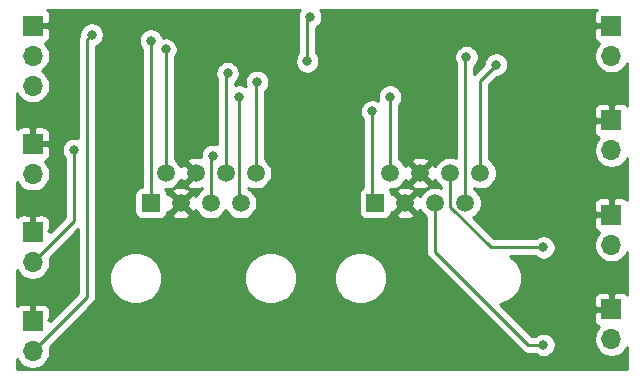
<source format=gbr>
G04 #@! TF.GenerationSoftware,KiCad,Pcbnew,5.1.5-52549c5~84~ubuntu18.04.1*
G04 #@! TF.CreationDate,2020-03-03T19:20:35-07:00*
G04 #@! TF.ProjectId,transmitter-test,7472616e-736d-4697-9474-65722d746573,rev?*
G04 #@! TF.SameCoordinates,Original*
G04 #@! TF.FileFunction,Copper,L2,Bot*
G04 #@! TF.FilePolarity,Positive*
%FSLAX46Y46*%
G04 Gerber Fmt 4.6, Leading zero omitted, Abs format (unit mm)*
G04 Created by KiCad (PCBNEW 5.1.5-52549c5~84~ubuntu18.04.1) date 2020-03-03 19:20:35*
%MOMM*%
%LPD*%
G04 APERTURE LIST*
%ADD10O,1.700000X1.700000*%
%ADD11R,1.700000X1.700000*%
%ADD12C,1.500000*%
%ADD13R,1.500000X1.500000*%
%ADD14C,0.800000*%
%ADD15C,0.250000*%
%ADD16C,0.254000*%
G04 APERTURE END LIST*
D10*
X137000000Y-94540000D03*
D11*
X137000000Y-92000000D03*
D10*
X137000000Y-86540000D03*
D11*
X137000000Y-84000000D03*
D10*
X137000000Y-78540000D03*
D11*
X137000000Y-76000000D03*
D10*
X137000000Y-70540000D03*
D11*
X137000000Y-68000000D03*
D12*
X125890000Y-80460000D03*
X124620000Y-83000000D03*
X123350000Y-80460000D03*
X122080000Y-83000000D03*
X120810000Y-80460000D03*
X119540000Y-83000000D03*
X118270000Y-80460000D03*
D13*
X117000000Y-83000000D03*
D12*
X106890000Y-80460000D03*
X105620000Y-83000000D03*
X104350000Y-80460000D03*
X103080000Y-83000000D03*
X101810000Y-80460000D03*
X100540000Y-83000000D03*
X99270000Y-80460000D03*
D13*
X98000000Y-83000000D03*
D10*
X88000000Y-95540000D03*
D11*
X88000000Y-93000000D03*
D10*
X88000000Y-88000000D03*
D11*
X88000000Y-85460000D03*
D10*
X88000000Y-80540000D03*
D11*
X88000000Y-78000000D03*
D10*
X88000000Y-73080000D03*
X88000000Y-70540000D03*
D11*
X88000000Y-68000000D03*
D14*
X112250000Y-76750000D03*
X112500000Y-69750000D03*
X111250000Y-71000000D03*
X111500000Y-67250000D03*
X104500000Y-72000000D03*
X103250000Y-79000000D03*
X131250000Y-86750000D03*
X131250000Y-95000000D03*
X91500000Y-78500000D03*
X93000000Y-68750000D03*
X107000000Y-72750000D03*
X105500000Y-74000000D03*
X99250000Y-70000000D03*
X98000000Y-69250000D03*
X127245332Y-71274990D03*
X124730256Y-70639990D03*
X118250000Y-74000000D03*
X116750000Y-75250000D03*
D15*
X112250000Y-76750000D02*
X112250000Y-70000000D01*
X112250000Y-70000000D02*
X112500000Y-69750000D01*
X111250000Y-71000000D02*
X111250000Y-67500000D01*
X111250000Y-67500000D02*
X111500000Y-67250000D01*
X104350000Y-80460000D02*
X104350000Y-72150000D01*
X104350000Y-72150000D02*
X104500000Y-72000000D01*
X103080000Y-83000000D02*
X103080000Y-79170000D01*
X103080000Y-79170000D02*
X103250000Y-79000000D01*
X126778998Y-86750000D02*
X131250000Y-86750000D01*
X123350000Y-80460000D02*
X123350000Y-83321002D01*
X123350000Y-83321002D02*
X126778998Y-86750000D01*
X129960998Y-95000000D02*
X131250000Y-95000000D01*
X122080000Y-83000000D02*
X122080000Y-87119002D01*
X122080000Y-87119002D02*
X129960998Y-95000000D01*
X91500000Y-84500000D02*
X88000000Y-88000000D01*
X91500000Y-78500000D02*
X91500000Y-84500000D01*
X92600001Y-90939999D02*
X88849999Y-94690001D01*
X88849999Y-94690001D02*
X88000000Y-95540000D01*
X93000000Y-68750000D02*
X92600001Y-69149999D01*
X92600001Y-69149999D02*
X92600001Y-90939999D01*
X106890000Y-72860000D02*
X107000000Y-72750000D01*
X106890000Y-80460000D02*
X106890000Y-72860000D01*
X105500000Y-82880000D02*
X105620000Y-83000000D01*
X105500000Y-74000000D02*
X105500000Y-82880000D01*
X99250000Y-80440000D02*
X99270000Y-80460000D01*
X99250000Y-70000000D02*
X99250000Y-80440000D01*
X98000000Y-69250000D02*
X98000000Y-83000000D01*
X125890000Y-80460000D02*
X125890000Y-72630322D01*
X125890000Y-72630322D02*
X127245332Y-71274990D01*
X124620000Y-83000000D02*
X124620000Y-70750246D01*
X124620000Y-70750246D02*
X124730256Y-70639990D01*
X118250000Y-80440000D02*
X118270000Y-80460000D01*
X118250000Y-74000000D02*
X118250000Y-80440000D01*
X116750000Y-82750000D02*
X117000000Y-83000000D01*
X116750000Y-75250000D02*
X116750000Y-82750000D01*
D16*
G36*
X110582795Y-66759744D02*
G01*
X110504774Y-66948102D01*
X110465000Y-67148061D01*
X110465000Y-67351939D01*
X110489015Y-67472674D01*
X110486324Y-67500000D01*
X110490001Y-67537332D01*
X110490000Y-70296289D01*
X110446063Y-70340226D01*
X110332795Y-70509744D01*
X110254774Y-70698102D01*
X110215000Y-70898061D01*
X110215000Y-71101939D01*
X110254774Y-71301898D01*
X110332795Y-71490256D01*
X110446063Y-71659774D01*
X110590226Y-71803937D01*
X110759744Y-71917205D01*
X110948102Y-71995226D01*
X111148061Y-72035000D01*
X111351939Y-72035000D01*
X111551898Y-71995226D01*
X111740256Y-71917205D01*
X111909774Y-71803937D01*
X112053937Y-71659774D01*
X112167205Y-71490256D01*
X112245226Y-71301898D01*
X112285000Y-71101939D01*
X112285000Y-70898061D01*
X112245226Y-70698102D01*
X112167205Y-70509744D01*
X112053937Y-70340226D01*
X112010000Y-70296289D01*
X112010000Y-68154013D01*
X112159774Y-68053937D01*
X112303937Y-67909774D01*
X112417205Y-67740256D01*
X112495226Y-67551898D01*
X112535000Y-67351939D01*
X112535000Y-67148061D01*
X112495226Y-66948102D01*
X112417205Y-66759744D01*
X112350558Y-66660000D01*
X135746111Y-66660000D01*
X135698815Y-66698815D01*
X135619463Y-66795506D01*
X135560498Y-66905820D01*
X135524188Y-67025518D01*
X135511928Y-67150000D01*
X135515000Y-67714250D01*
X135673750Y-67873000D01*
X136873000Y-67873000D01*
X136873000Y-67853000D01*
X137127000Y-67853000D01*
X137127000Y-67873000D01*
X137147000Y-67873000D01*
X137147000Y-68127000D01*
X137127000Y-68127000D01*
X137127000Y-68147000D01*
X136873000Y-68147000D01*
X136873000Y-68127000D01*
X135673750Y-68127000D01*
X135515000Y-68285750D01*
X135511928Y-68850000D01*
X135524188Y-68974482D01*
X135560498Y-69094180D01*
X135619463Y-69204494D01*
X135698815Y-69301185D01*
X135795506Y-69380537D01*
X135905820Y-69439502D01*
X135978380Y-69461513D01*
X135846525Y-69593368D01*
X135684010Y-69836589D01*
X135572068Y-70106842D01*
X135515000Y-70393740D01*
X135515000Y-70686260D01*
X135572068Y-70973158D01*
X135684010Y-71243411D01*
X135846525Y-71486632D01*
X136053368Y-71693475D01*
X136296589Y-71855990D01*
X136566842Y-71967932D01*
X136853740Y-72025000D01*
X137146260Y-72025000D01*
X137433158Y-71967932D01*
X137703411Y-71855990D01*
X137946632Y-71693475D01*
X138153475Y-71486632D01*
X138315990Y-71243411D01*
X138340000Y-71185445D01*
X138340000Y-74746112D01*
X138301185Y-74698815D01*
X138204494Y-74619463D01*
X138094180Y-74560498D01*
X137974482Y-74524188D01*
X137850000Y-74511928D01*
X137285750Y-74515000D01*
X137127000Y-74673750D01*
X137127000Y-75873000D01*
X137147000Y-75873000D01*
X137147000Y-76127000D01*
X137127000Y-76127000D01*
X137127000Y-76147000D01*
X136873000Y-76147000D01*
X136873000Y-76127000D01*
X135673750Y-76127000D01*
X135515000Y-76285750D01*
X135511928Y-76850000D01*
X135524188Y-76974482D01*
X135560498Y-77094180D01*
X135619463Y-77204494D01*
X135698815Y-77301185D01*
X135795506Y-77380537D01*
X135905820Y-77439502D01*
X135978380Y-77461513D01*
X135846525Y-77593368D01*
X135684010Y-77836589D01*
X135572068Y-78106842D01*
X135515000Y-78393740D01*
X135515000Y-78686260D01*
X135572068Y-78973158D01*
X135684010Y-79243411D01*
X135846525Y-79486632D01*
X136053368Y-79693475D01*
X136296589Y-79855990D01*
X136566842Y-79967932D01*
X136853740Y-80025000D01*
X137146260Y-80025000D01*
X137433158Y-79967932D01*
X137703411Y-79855990D01*
X137946632Y-79693475D01*
X138153475Y-79486632D01*
X138315990Y-79243411D01*
X138340000Y-79185444D01*
X138340001Y-82746112D01*
X138301185Y-82698815D01*
X138204494Y-82619463D01*
X138094180Y-82560498D01*
X137974482Y-82524188D01*
X137850000Y-82511928D01*
X137285750Y-82515000D01*
X137127000Y-82673750D01*
X137127000Y-83873000D01*
X137147000Y-83873000D01*
X137147000Y-84127000D01*
X137127000Y-84127000D01*
X137127000Y-84147000D01*
X136873000Y-84147000D01*
X136873000Y-84127000D01*
X135673750Y-84127000D01*
X135515000Y-84285750D01*
X135511928Y-84850000D01*
X135524188Y-84974482D01*
X135560498Y-85094180D01*
X135619463Y-85204494D01*
X135698815Y-85301185D01*
X135795506Y-85380537D01*
X135905820Y-85439502D01*
X135978380Y-85461513D01*
X135846525Y-85593368D01*
X135684010Y-85836589D01*
X135572068Y-86106842D01*
X135515000Y-86393740D01*
X135515000Y-86686260D01*
X135572068Y-86973158D01*
X135684010Y-87243411D01*
X135846525Y-87486632D01*
X136053368Y-87693475D01*
X136296589Y-87855990D01*
X136566842Y-87967932D01*
X136853740Y-88025000D01*
X137146260Y-88025000D01*
X137433158Y-87967932D01*
X137703411Y-87855990D01*
X137946632Y-87693475D01*
X138153475Y-87486632D01*
X138315990Y-87243411D01*
X138340001Y-87185444D01*
X138340001Y-90746112D01*
X138301185Y-90698815D01*
X138204494Y-90619463D01*
X138094180Y-90560498D01*
X137974482Y-90524188D01*
X137850000Y-90511928D01*
X137285750Y-90515000D01*
X137127000Y-90673750D01*
X137127000Y-91873000D01*
X137147000Y-91873000D01*
X137147000Y-92127000D01*
X137127000Y-92127000D01*
X137127000Y-92147000D01*
X136873000Y-92147000D01*
X136873000Y-92127000D01*
X135673750Y-92127000D01*
X135515000Y-92285750D01*
X135511928Y-92850000D01*
X135524188Y-92974482D01*
X135560498Y-93094180D01*
X135619463Y-93204494D01*
X135698815Y-93301185D01*
X135795506Y-93380537D01*
X135905820Y-93439502D01*
X135978380Y-93461513D01*
X135846525Y-93593368D01*
X135684010Y-93836589D01*
X135572068Y-94106842D01*
X135515000Y-94393740D01*
X135515000Y-94686260D01*
X135572068Y-94973158D01*
X135684010Y-95243411D01*
X135846525Y-95486632D01*
X136053368Y-95693475D01*
X136296589Y-95855990D01*
X136566842Y-95967932D01*
X136853740Y-96025000D01*
X137146260Y-96025000D01*
X137433158Y-95967932D01*
X137703411Y-95855990D01*
X137946632Y-95693475D01*
X138153475Y-95486632D01*
X138315990Y-95243411D01*
X138340001Y-95185443D01*
X138340001Y-97090000D01*
X86660000Y-97090000D01*
X86660000Y-96185445D01*
X86684010Y-96243411D01*
X86846525Y-96486632D01*
X87053368Y-96693475D01*
X87296589Y-96855990D01*
X87566842Y-96967932D01*
X87853740Y-97025000D01*
X88146260Y-97025000D01*
X88433158Y-96967932D01*
X88703411Y-96855990D01*
X88946632Y-96693475D01*
X89153475Y-96486632D01*
X89315990Y-96243411D01*
X89427932Y-95973158D01*
X89485000Y-95686260D01*
X89485000Y-95393740D01*
X89441209Y-95173592D01*
X93111004Y-91503798D01*
X93140002Y-91480000D01*
X93234975Y-91364275D01*
X93305547Y-91232246D01*
X93349004Y-91088985D01*
X93360001Y-90977332D01*
X93360001Y-90977324D01*
X93363677Y-90939999D01*
X93360001Y-90902674D01*
X93360001Y-89129872D01*
X94495000Y-89129872D01*
X94495000Y-89570128D01*
X94580890Y-90001925D01*
X94749369Y-90408669D01*
X94993962Y-90774729D01*
X95305271Y-91086038D01*
X95671331Y-91330631D01*
X96078075Y-91499110D01*
X96509872Y-91585000D01*
X96950128Y-91585000D01*
X97381925Y-91499110D01*
X97788669Y-91330631D01*
X98154729Y-91086038D01*
X98466038Y-90774729D01*
X98710631Y-90408669D01*
X98879110Y-90001925D01*
X98965000Y-89570128D01*
X98965000Y-89129872D01*
X105925000Y-89129872D01*
X105925000Y-89570128D01*
X106010890Y-90001925D01*
X106179369Y-90408669D01*
X106423962Y-90774729D01*
X106735271Y-91086038D01*
X107101331Y-91330631D01*
X107508075Y-91499110D01*
X107939872Y-91585000D01*
X108380128Y-91585000D01*
X108811925Y-91499110D01*
X109218669Y-91330631D01*
X109584729Y-91086038D01*
X109896038Y-90774729D01*
X110140631Y-90408669D01*
X110309110Y-90001925D01*
X110395000Y-89570128D01*
X110395000Y-89129872D01*
X113495000Y-89129872D01*
X113495000Y-89570128D01*
X113580890Y-90001925D01*
X113749369Y-90408669D01*
X113993962Y-90774729D01*
X114305271Y-91086038D01*
X114671331Y-91330631D01*
X115078075Y-91499110D01*
X115509872Y-91585000D01*
X115950128Y-91585000D01*
X116381925Y-91499110D01*
X116788669Y-91330631D01*
X117154729Y-91086038D01*
X117466038Y-90774729D01*
X117710631Y-90408669D01*
X117879110Y-90001925D01*
X117965000Y-89570128D01*
X117965000Y-89129872D01*
X117879110Y-88698075D01*
X117710631Y-88291331D01*
X117466038Y-87925271D01*
X117154729Y-87613962D01*
X116788669Y-87369369D01*
X116381925Y-87200890D01*
X115950128Y-87115000D01*
X115509872Y-87115000D01*
X115078075Y-87200890D01*
X114671331Y-87369369D01*
X114305271Y-87613962D01*
X113993962Y-87925271D01*
X113749369Y-88291331D01*
X113580890Y-88698075D01*
X113495000Y-89129872D01*
X110395000Y-89129872D01*
X110309110Y-88698075D01*
X110140631Y-88291331D01*
X109896038Y-87925271D01*
X109584729Y-87613962D01*
X109218669Y-87369369D01*
X108811925Y-87200890D01*
X108380128Y-87115000D01*
X107939872Y-87115000D01*
X107508075Y-87200890D01*
X107101331Y-87369369D01*
X106735271Y-87613962D01*
X106423962Y-87925271D01*
X106179369Y-88291331D01*
X106010890Y-88698075D01*
X105925000Y-89129872D01*
X98965000Y-89129872D01*
X98879110Y-88698075D01*
X98710631Y-88291331D01*
X98466038Y-87925271D01*
X98154729Y-87613962D01*
X97788669Y-87369369D01*
X97381925Y-87200890D01*
X96950128Y-87115000D01*
X96509872Y-87115000D01*
X96078075Y-87200890D01*
X95671331Y-87369369D01*
X95305271Y-87613962D01*
X94993962Y-87925271D01*
X94749369Y-88291331D01*
X94580890Y-88698075D01*
X94495000Y-89129872D01*
X93360001Y-89129872D01*
X93360001Y-82250000D01*
X96611928Y-82250000D01*
X96611928Y-83750000D01*
X96624188Y-83874482D01*
X96660498Y-83994180D01*
X96719463Y-84104494D01*
X96798815Y-84201185D01*
X96895506Y-84280537D01*
X97005820Y-84339502D01*
X97125518Y-84375812D01*
X97250000Y-84388072D01*
X98750000Y-84388072D01*
X98874482Y-84375812D01*
X98994180Y-84339502D01*
X99104494Y-84280537D01*
X99201185Y-84201185D01*
X99280537Y-84104494D01*
X99339502Y-83994180D01*
X99350782Y-83956993D01*
X99762612Y-83956993D01*
X99828137Y-84195860D01*
X100075116Y-84311760D01*
X100339960Y-84377250D01*
X100612492Y-84389812D01*
X100882238Y-84348965D01*
X101138832Y-84256277D01*
X101251863Y-84195860D01*
X101317388Y-83956993D01*
X100540000Y-83179605D01*
X99762612Y-83956993D01*
X99350782Y-83956993D01*
X99375812Y-83874482D01*
X99388072Y-83750000D01*
X99388072Y-83723914D01*
X99583007Y-83777388D01*
X100360395Y-83000000D01*
X100719605Y-83000000D01*
X101496993Y-83777388D01*
X101735860Y-83711863D01*
X101810164Y-83553523D01*
X101852629Y-83656043D01*
X102004201Y-83882886D01*
X102197114Y-84075799D01*
X102423957Y-84227371D01*
X102676011Y-84331775D01*
X102943589Y-84385000D01*
X103216411Y-84385000D01*
X103483989Y-84331775D01*
X103736043Y-84227371D01*
X103962886Y-84075799D01*
X104155799Y-83882886D01*
X104307371Y-83656043D01*
X104350000Y-83553127D01*
X104392629Y-83656043D01*
X104544201Y-83882886D01*
X104737114Y-84075799D01*
X104963957Y-84227371D01*
X105216011Y-84331775D01*
X105483589Y-84385000D01*
X105756411Y-84385000D01*
X106023989Y-84331775D01*
X106276043Y-84227371D01*
X106502886Y-84075799D01*
X106695799Y-83882886D01*
X106847371Y-83656043D01*
X106951775Y-83403989D01*
X107005000Y-83136411D01*
X107005000Y-82863589D01*
X106951775Y-82596011D01*
X106847371Y-82343957D01*
X106784591Y-82250000D01*
X115611928Y-82250000D01*
X115611928Y-83750000D01*
X115624188Y-83874482D01*
X115660498Y-83994180D01*
X115719463Y-84104494D01*
X115798815Y-84201185D01*
X115895506Y-84280537D01*
X116005820Y-84339502D01*
X116125518Y-84375812D01*
X116250000Y-84388072D01*
X117750000Y-84388072D01*
X117874482Y-84375812D01*
X117994180Y-84339502D01*
X118104494Y-84280537D01*
X118201185Y-84201185D01*
X118280537Y-84104494D01*
X118339502Y-83994180D01*
X118350782Y-83956993D01*
X118762612Y-83956993D01*
X118828137Y-84195860D01*
X119075116Y-84311760D01*
X119339960Y-84377250D01*
X119612492Y-84389812D01*
X119882238Y-84348965D01*
X120138832Y-84256277D01*
X120251863Y-84195860D01*
X120317388Y-83956993D01*
X119540000Y-83179605D01*
X118762612Y-83956993D01*
X118350782Y-83956993D01*
X118375812Y-83874482D01*
X118388072Y-83750000D01*
X118388072Y-83723914D01*
X118583007Y-83777388D01*
X119360395Y-83000000D01*
X119719605Y-83000000D01*
X120496993Y-83777388D01*
X120735860Y-83711863D01*
X120810164Y-83553523D01*
X120852629Y-83656043D01*
X121004201Y-83882886D01*
X121197114Y-84075799D01*
X121320000Y-84157909D01*
X121320001Y-87081670D01*
X121316324Y-87119002D01*
X121320001Y-87156335D01*
X121330998Y-87267988D01*
X121339674Y-87296589D01*
X121374454Y-87411248D01*
X121445026Y-87543278D01*
X121503036Y-87613962D01*
X121540000Y-87659003D01*
X121568998Y-87682801D01*
X129397199Y-95511003D01*
X129420997Y-95540001D01*
X129536722Y-95634974D01*
X129668751Y-95705546D01*
X129812012Y-95749003D01*
X129923665Y-95760000D01*
X129923674Y-95760000D01*
X129960997Y-95763676D01*
X129998320Y-95760000D01*
X130546289Y-95760000D01*
X130590226Y-95803937D01*
X130759744Y-95917205D01*
X130948102Y-95995226D01*
X131148061Y-96035000D01*
X131351939Y-96035000D01*
X131551898Y-95995226D01*
X131740256Y-95917205D01*
X131909774Y-95803937D01*
X132053937Y-95659774D01*
X132167205Y-95490256D01*
X132245226Y-95301898D01*
X132285000Y-95101939D01*
X132285000Y-94898061D01*
X132245226Y-94698102D01*
X132167205Y-94509744D01*
X132053937Y-94340226D01*
X131909774Y-94196063D01*
X131740256Y-94082795D01*
X131551898Y-94004774D01*
X131351939Y-93965000D01*
X131148061Y-93965000D01*
X130948102Y-94004774D01*
X130759744Y-94082795D01*
X130590226Y-94196063D01*
X130546289Y-94240000D01*
X130275800Y-94240000D01*
X127580870Y-91545070D01*
X127811925Y-91499110D01*
X128218669Y-91330631D01*
X128489002Y-91150000D01*
X135511928Y-91150000D01*
X135515000Y-91714250D01*
X135673750Y-91873000D01*
X136873000Y-91873000D01*
X136873000Y-90673750D01*
X136714250Y-90515000D01*
X136150000Y-90511928D01*
X136025518Y-90524188D01*
X135905820Y-90560498D01*
X135795506Y-90619463D01*
X135698815Y-90698815D01*
X135619463Y-90795506D01*
X135560498Y-90905820D01*
X135524188Y-91025518D01*
X135511928Y-91150000D01*
X128489002Y-91150000D01*
X128584729Y-91086038D01*
X128896038Y-90774729D01*
X129140631Y-90408669D01*
X129309110Y-90001925D01*
X129395000Y-89570128D01*
X129395000Y-89129872D01*
X129309110Y-88698075D01*
X129140631Y-88291331D01*
X128896038Y-87925271D01*
X128584729Y-87613962D01*
X128429139Y-87510000D01*
X130546289Y-87510000D01*
X130590226Y-87553937D01*
X130759744Y-87667205D01*
X130948102Y-87745226D01*
X131148061Y-87785000D01*
X131351939Y-87785000D01*
X131551898Y-87745226D01*
X131740256Y-87667205D01*
X131909774Y-87553937D01*
X132053937Y-87409774D01*
X132167205Y-87240256D01*
X132245226Y-87051898D01*
X132285000Y-86851939D01*
X132285000Y-86648061D01*
X132245226Y-86448102D01*
X132167205Y-86259744D01*
X132053937Y-86090226D01*
X131909774Y-85946063D01*
X131740256Y-85832795D01*
X131551898Y-85754774D01*
X131351939Y-85715000D01*
X131148061Y-85715000D01*
X130948102Y-85754774D01*
X130759744Y-85832795D01*
X130590226Y-85946063D01*
X130546289Y-85990000D01*
X127093801Y-85990000D01*
X125309090Y-84205290D01*
X125502886Y-84075799D01*
X125695799Y-83882886D01*
X125847371Y-83656043D01*
X125951775Y-83403989D01*
X126002296Y-83150000D01*
X135511928Y-83150000D01*
X135515000Y-83714250D01*
X135673750Y-83873000D01*
X136873000Y-83873000D01*
X136873000Y-82673750D01*
X136714250Y-82515000D01*
X136150000Y-82511928D01*
X136025518Y-82524188D01*
X135905820Y-82560498D01*
X135795506Y-82619463D01*
X135698815Y-82698815D01*
X135619463Y-82795506D01*
X135560498Y-82905820D01*
X135524188Y-83025518D01*
X135511928Y-83150000D01*
X126002296Y-83150000D01*
X126005000Y-83136411D01*
X126005000Y-82863589D01*
X125951775Y-82596011D01*
X125847371Y-82343957D01*
X125695799Y-82117114D01*
X125502886Y-81924201D01*
X125380000Y-81842091D01*
X125380000Y-81747864D01*
X125486011Y-81791775D01*
X125753589Y-81845000D01*
X126026411Y-81845000D01*
X126293989Y-81791775D01*
X126546043Y-81687371D01*
X126772886Y-81535799D01*
X126965799Y-81342886D01*
X127117371Y-81116043D01*
X127221775Y-80863989D01*
X127275000Y-80596411D01*
X127275000Y-80323589D01*
X127221775Y-80056011D01*
X127117371Y-79803957D01*
X126965799Y-79577114D01*
X126772886Y-79384201D01*
X126650000Y-79302091D01*
X126650000Y-75150000D01*
X135511928Y-75150000D01*
X135515000Y-75714250D01*
X135673750Y-75873000D01*
X136873000Y-75873000D01*
X136873000Y-74673750D01*
X136714250Y-74515000D01*
X136150000Y-74511928D01*
X136025518Y-74524188D01*
X135905820Y-74560498D01*
X135795506Y-74619463D01*
X135698815Y-74698815D01*
X135619463Y-74795506D01*
X135560498Y-74905820D01*
X135524188Y-75025518D01*
X135511928Y-75150000D01*
X126650000Y-75150000D01*
X126650000Y-72945123D01*
X127285134Y-72309990D01*
X127347271Y-72309990D01*
X127547230Y-72270216D01*
X127735588Y-72192195D01*
X127905106Y-72078927D01*
X128049269Y-71934764D01*
X128162537Y-71765246D01*
X128240558Y-71576888D01*
X128280332Y-71376929D01*
X128280332Y-71173051D01*
X128240558Y-70973092D01*
X128162537Y-70784734D01*
X128049269Y-70615216D01*
X127905106Y-70471053D01*
X127735588Y-70357785D01*
X127547230Y-70279764D01*
X127347271Y-70239990D01*
X127143393Y-70239990D01*
X126943434Y-70279764D01*
X126755076Y-70357785D01*
X126585558Y-70471053D01*
X126441395Y-70615216D01*
X126328127Y-70784734D01*
X126250106Y-70973092D01*
X126210332Y-71173051D01*
X126210332Y-71235188D01*
X125380000Y-72065521D01*
X125380000Y-71450629D01*
X125390030Y-71443927D01*
X125534193Y-71299764D01*
X125647461Y-71130246D01*
X125725482Y-70941888D01*
X125765256Y-70741929D01*
X125765256Y-70538051D01*
X125725482Y-70338092D01*
X125647461Y-70149734D01*
X125534193Y-69980216D01*
X125390030Y-69836053D01*
X125220512Y-69722785D01*
X125032154Y-69644764D01*
X124832195Y-69604990D01*
X124628317Y-69604990D01*
X124428358Y-69644764D01*
X124240000Y-69722785D01*
X124070482Y-69836053D01*
X123926319Y-69980216D01*
X123813051Y-70149734D01*
X123735030Y-70338092D01*
X123695256Y-70538051D01*
X123695256Y-70741929D01*
X123735030Y-70941888D01*
X123813051Y-71130246D01*
X123860001Y-71200512D01*
X123860000Y-79172136D01*
X123753989Y-79128225D01*
X123486411Y-79075000D01*
X123213589Y-79075000D01*
X122946011Y-79128225D01*
X122693957Y-79232629D01*
X122467114Y-79384201D01*
X122274201Y-79577114D01*
X122122629Y-79803957D01*
X122081489Y-79903279D01*
X122066277Y-79861168D01*
X122005860Y-79748137D01*
X121766993Y-79682612D01*
X120989605Y-80460000D01*
X121766993Y-81237388D01*
X122005860Y-81171863D01*
X122080164Y-81013523D01*
X122122629Y-81116043D01*
X122274201Y-81342886D01*
X122467114Y-81535799D01*
X122590000Y-81617909D01*
X122590000Y-81712136D01*
X122483989Y-81668225D01*
X122216411Y-81615000D01*
X121943589Y-81615000D01*
X121676011Y-81668225D01*
X121423957Y-81772629D01*
X121197114Y-81924201D01*
X121004201Y-82117114D01*
X120852629Y-82343957D01*
X120811489Y-82443279D01*
X120796277Y-82401168D01*
X120735860Y-82288137D01*
X120496993Y-82222612D01*
X119719605Y-83000000D01*
X119360395Y-83000000D01*
X118583007Y-82222612D01*
X118388072Y-82276086D01*
X118388072Y-82250000D01*
X118375812Y-82125518D01*
X118350783Y-82043007D01*
X118762612Y-82043007D01*
X119540000Y-82820395D01*
X120317388Y-82043007D01*
X120251863Y-81804140D01*
X120004884Y-81688240D01*
X119740040Y-81622750D01*
X119467508Y-81610188D01*
X119197762Y-81651035D01*
X118941168Y-81743723D01*
X118828137Y-81804140D01*
X118762612Y-82043007D01*
X118350783Y-82043007D01*
X118339502Y-82005820D01*
X118280537Y-81895506D01*
X118239088Y-81845000D01*
X118406411Y-81845000D01*
X118673989Y-81791775D01*
X118926043Y-81687371D01*
X119152886Y-81535799D01*
X119271692Y-81416993D01*
X120032612Y-81416993D01*
X120098137Y-81655860D01*
X120345116Y-81771760D01*
X120609960Y-81837250D01*
X120882492Y-81849812D01*
X121152238Y-81808965D01*
X121408832Y-81716277D01*
X121521863Y-81655860D01*
X121587388Y-81416993D01*
X120810000Y-80639605D01*
X120032612Y-81416993D01*
X119271692Y-81416993D01*
X119345799Y-81342886D01*
X119497371Y-81116043D01*
X119538511Y-81016721D01*
X119553723Y-81058832D01*
X119614140Y-81171863D01*
X119853007Y-81237388D01*
X120630395Y-80460000D01*
X119853007Y-79682612D01*
X119614140Y-79748137D01*
X119539836Y-79906477D01*
X119497371Y-79803957D01*
X119345799Y-79577114D01*
X119271692Y-79503007D01*
X120032612Y-79503007D01*
X120810000Y-80280395D01*
X121587388Y-79503007D01*
X121521863Y-79264140D01*
X121274884Y-79148240D01*
X121010040Y-79082750D01*
X120737508Y-79070188D01*
X120467762Y-79111035D01*
X120211168Y-79203723D01*
X120098137Y-79264140D01*
X120032612Y-79503007D01*
X119271692Y-79503007D01*
X119152886Y-79384201D01*
X119010000Y-79288727D01*
X119010000Y-74703711D01*
X119053937Y-74659774D01*
X119167205Y-74490256D01*
X119245226Y-74301898D01*
X119285000Y-74101939D01*
X119285000Y-73898061D01*
X119245226Y-73698102D01*
X119167205Y-73509744D01*
X119053937Y-73340226D01*
X118909774Y-73196063D01*
X118740256Y-73082795D01*
X118551898Y-73004774D01*
X118351939Y-72965000D01*
X118148061Y-72965000D01*
X117948102Y-73004774D01*
X117759744Y-73082795D01*
X117590226Y-73196063D01*
X117446063Y-73340226D01*
X117332795Y-73509744D01*
X117254774Y-73698102D01*
X117215000Y-73898061D01*
X117215000Y-74101939D01*
X117254774Y-74301898D01*
X117278026Y-74358032D01*
X117240256Y-74332795D01*
X117051898Y-74254774D01*
X116851939Y-74215000D01*
X116648061Y-74215000D01*
X116448102Y-74254774D01*
X116259744Y-74332795D01*
X116090226Y-74446063D01*
X115946063Y-74590226D01*
X115832795Y-74759744D01*
X115754774Y-74948102D01*
X115715000Y-75148061D01*
X115715000Y-75351939D01*
X115754774Y-75551898D01*
X115832795Y-75740256D01*
X115946063Y-75909774D01*
X115990000Y-75953711D01*
X115990001Y-81668954D01*
X115895506Y-81719463D01*
X115798815Y-81798815D01*
X115719463Y-81895506D01*
X115660498Y-82005820D01*
X115624188Y-82125518D01*
X115611928Y-82250000D01*
X106784591Y-82250000D01*
X106695799Y-82117114D01*
X106502886Y-81924201D01*
X106276043Y-81772629D01*
X106260000Y-81765984D01*
X106260000Y-81698158D01*
X106486011Y-81791775D01*
X106753589Y-81845000D01*
X107026411Y-81845000D01*
X107293989Y-81791775D01*
X107546043Y-81687371D01*
X107772886Y-81535799D01*
X107965799Y-81342886D01*
X108117371Y-81116043D01*
X108221775Y-80863989D01*
X108275000Y-80596411D01*
X108275000Y-80323589D01*
X108221775Y-80056011D01*
X108117371Y-79803957D01*
X107965799Y-79577114D01*
X107772886Y-79384201D01*
X107650000Y-79302091D01*
X107650000Y-73560468D01*
X107659774Y-73553937D01*
X107803937Y-73409774D01*
X107917205Y-73240256D01*
X107995226Y-73051898D01*
X108035000Y-72851939D01*
X108035000Y-72648061D01*
X107995226Y-72448102D01*
X107917205Y-72259744D01*
X107803937Y-72090226D01*
X107659774Y-71946063D01*
X107490256Y-71832795D01*
X107301898Y-71754774D01*
X107101939Y-71715000D01*
X106898061Y-71715000D01*
X106698102Y-71754774D01*
X106509744Y-71832795D01*
X106340226Y-71946063D01*
X106196063Y-72090226D01*
X106082795Y-72259744D01*
X106004774Y-72448102D01*
X105965000Y-72648061D01*
X105965000Y-72851939D01*
X106004774Y-73051898D01*
X106028026Y-73108032D01*
X105990256Y-73082795D01*
X105801898Y-73004774D01*
X105601939Y-72965000D01*
X105398061Y-72965000D01*
X105198102Y-73004774D01*
X105110000Y-73041267D01*
X105110000Y-72837195D01*
X105159774Y-72803937D01*
X105303937Y-72659774D01*
X105417205Y-72490256D01*
X105495226Y-72301898D01*
X105535000Y-72101939D01*
X105535000Y-71898061D01*
X105495226Y-71698102D01*
X105417205Y-71509744D01*
X105303937Y-71340226D01*
X105159774Y-71196063D01*
X104990256Y-71082795D01*
X104801898Y-71004774D01*
X104601939Y-70965000D01*
X104398061Y-70965000D01*
X104198102Y-71004774D01*
X104009744Y-71082795D01*
X103840226Y-71196063D01*
X103696063Y-71340226D01*
X103582795Y-71509744D01*
X103504774Y-71698102D01*
X103465000Y-71898061D01*
X103465000Y-72101939D01*
X103504774Y-72301898D01*
X103582795Y-72490256D01*
X103590001Y-72501041D01*
X103590000Y-78020557D01*
X103551898Y-78004774D01*
X103351939Y-77965000D01*
X103148061Y-77965000D01*
X102948102Y-78004774D01*
X102759744Y-78082795D01*
X102590226Y-78196063D01*
X102446063Y-78340226D01*
X102332795Y-78509744D01*
X102254774Y-78698102D01*
X102215000Y-78898061D01*
X102215000Y-79101939D01*
X102221588Y-79135061D01*
X102010040Y-79082750D01*
X101737508Y-79070188D01*
X101467762Y-79111035D01*
X101211168Y-79203723D01*
X101098137Y-79264140D01*
X101032612Y-79503007D01*
X101810000Y-80280395D01*
X101824143Y-80266253D01*
X102003748Y-80445858D01*
X101989605Y-80460000D01*
X102003748Y-80474143D01*
X101824143Y-80653748D01*
X101810000Y-80639605D01*
X101032612Y-81416993D01*
X101098137Y-81655860D01*
X101345116Y-81771760D01*
X101609960Y-81837250D01*
X101882492Y-81849812D01*
X102152238Y-81808965D01*
X102320000Y-81748365D01*
X102320000Y-81842091D01*
X102197114Y-81924201D01*
X102004201Y-82117114D01*
X101852629Y-82343957D01*
X101811489Y-82443279D01*
X101796277Y-82401168D01*
X101735860Y-82288137D01*
X101496993Y-82222612D01*
X100719605Y-83000000D01*
X100360395Y-83000000D01*
X99583007Y-82222612D01*
X99388072Y-82276086D01*
X99388072Y-82250000D01*
X99375812Y-82125518D01*
X99350783Y-82043007D01*
X99762612Y-82043007D01*
X100540000Y-82820395D01*
X101317388Y-82043007D01*
X101251863Y-81804140D01*
X101004884Y-81688240D01*
X100740040Y-81622750D01*
X100467508Y-81610188D01*
X100197762Y-81651035D01*
X99941168Y-81743723D01*
X99828137Y-81804140D01*
X99762612Y-82043007D01*
X99350783Y-82043007D01*
X99339502Y-82005820D01*
X99280537Y-81895506D01*
X99239088Y-81845000D01*
X99406411Y-81845000D01*
X99673989Y-81791775D01*
X99926043Y-81687371D01*
X100152886Y-81535799D01*
X100345799Y-81342886D01*
X100497371Y-81116043D01*
X100538511Y-81016721D01*
X100553723Y-81058832D01*
X100614140Y-81171863D01*
X100853007Y-81237388D01*
X101630395Y-80460000D01*
X100853007Y-79682612D01*
X100614140Y-79748137D01*
X100539836Y-79906477D01*
X100497371Y-79803957D01*
X100345799Y-79577114D01*
X100152886Y-79384201D01*
X100010000Y-79288727D01*
X100010000Y-70703711D01*
X100053937Y-70659774D01*
X100167205Y-70490256D01*
X100245226Y-70301898D01*
X100285000Y-70101939D01*
X100285000Y-69898061D01*
X100245226Y-69698102D01*
X100167205Y-69509744D01*
X100053937Y-69340226D01*
X99909774Y-69196063D01*
X99740256Y-69082795D01*
X99551898Y-69004774D01*
X99351939Y-68965000D01*
X99148061Y-68965000D01*
X99004276Y-68993600D01*
X98995226Y-68948102D01*
X98917205Y-68759744D01*
X98803937Y-68590226D01*
X98659774Y-68446063D01*
X98490256Y-68332795D01*
X98301898Y-68254774D01*
X98101939Y-68215000D01*
X97898061Y-68215000D01*
X97698102Y-68254774D01*
X97509744Y-68332795D01*
X97340226Y-68446063D01*
X97196063Y-68590226D01*
X97082795Y-68759744D01*
X97004774Y-68948102D01*
X96965000Y-69148061D01*
X96965000Y-69351939D01*
X97004774Y-69551898D01*
X97082795Y-69740256D01*
X97196063Y-69909774D01*
X97240000Y-69953711D01*
X97240001Y-81612913D01*
X97125518Y-81624188D01*
X97005820Y-81660498D01*
X96895506Y-81719463D01*
X96798815Y-81798815D01*
X96719463Y-81895506D01*
X96660498Y-82005820D01*
X96624188Y-82125518D01*
X96611928Y-82250000D01*
X93360001Y-82250000D01*
X93360001Y-69721159D01*
X93490256Y-69667205D01*
X93659774Y-69553937D01*
X93803937Y-69409774D01*
X93917205Y-69240256D01*
X93995226Y-69051898D01*
X94035000Y-68851939D01*
X94035000Y-68648061D01*
X93995226Y-68448102D01*
X93917205Y-68259744D01*
X93803937Y-68090226D01*
X93659774Y-67946063D01*
X93490256Y-67832795D01*
X93301898Y-67754774D01*
X93101939Y-67715000D01*
X92898061Y-67715000D01*
X92698102Y-67754774D01*
X92509744Y-67832795D01*
X92340226Y-67946063D01*
X92196063Y-68090226D01*
X92082795Y-68259744D01*
X92004774Y-68448102D01*
X91965000Y-68648061D01*
X91965000Y-68725774D01*
X91898599Y-68850000D01*
X91894455Y-68857753D01*
X91850998Y-69001014D01*
X91840001Y-69112667D01*
X91840001Y-69112677D01*
X91836325Y-69149999D01*
X91840001Y-69187321D01*
X91840001Y-77520557D01*
X91801898Y-77504774D01*
X91601939Y-77465000D01*
X91398061Y-77465000D01*
X91198102Y-77504774D01*
X91009744Y-77582795D01*
X90840226Y-77696063D01*
X90696063Y-77840226D01*
X90582795Y-78009744D01*
X90504774Y-78198102D01*
X90465000Y-78398061D01*
X90465000Y-78601939D01*
X90504774Y-78801898D01*
X90582795Y-78990256D01*
X90696063Y-79159774D01*
X90740000Y-79203711D01*
X90740001Y-84185196D01*
X89485000Y-85440198D01*
X89485000Y-85332998D01*
X89326252Y-85332998D01*
X89485000Y-85174250D01*
X89488072Y-84610000D01*
X89475812Y-84485518D01*
X89439502Y-84365820D01*
X89380537Y-84255506D01*
X89301185Y-84158815D01*
X89204494Y-84079463D01*
X89094180Y-84020498D01*
X88974482Y-83984188D01*
X88850000Y-83971928D01*
X88285750Y-83975000D01*
X88127000Y-84133750D01*
X88127000Y-85333000D01*
X88147000Y-85333000D01*
X88147000Y-85587000D01*
X88127000Y-85587000D01*
X88127000Y-85607000D01*
X87873000Y-85607000D01*
X87873000Y-85587000D01*
X87853000Y-85587000D01*
X87853000Y-85333000D01*
X87873000Y-85333000D01*
X87873000Y-84133750D01*
X87714250Y-83975000D01*
X87150000Y-83971928D01*
X87025518Y-83984188D01*
X86905820Y-84020498D01*
X86795506Y-84079463D01*
X86698815Y-84158815D01*
X86660000Y-84206111D01*
X86660000Y-81185445D01*
X86684010Y-81243411D01*
X86846525Y-81486632D01*
X87053368Y-81693475D01*
X87296589Y-81855990D01*
X87566842Y-81967932D01*
X87853740Y-82025000D01*
X88146260Y-82025000D01*
X88433158Y-81967932D01*
X88703411Y-81855990D01*
X88946632Y-81693475D01*
X89153475Y-81486632D01*
X89315990Y-81243411D01*
X89427932Y-80973158D01*
X89485000Y-80686260D01*
X89485000Y-80393740D01*
X89427932Y-80106842D01*
X89315990Y-79836589D01*
X89153475Y-79593368D01*
X89021620Y-79461513D01*
X89094180Y-79439502D01*
X89204494Y-79380537D01*
X89301185Y-79301185D01*
X89380537Y-79204494D01*
X89439502Y-79094180D01*
X89475812Y-78974482D01*
X89488072Y-78850000D01*
X89485000Y-78285750D01*
X89326250Y-78127000D01*
X88127000Y-78127000D01*
X88127000Y-78147000D01*
X87873000Y-78147000D01*
X87873000Y-78127000D01*
X87853000Y-78127000D01*
X87853000Y-77873000D01*
X87873000Y-77873000D01*
X87873000Y-76673750D01*
X88127000Y-76673750D01*
X88127000Y-77873000D01*
X89326250Y-77873000D01*
X89485000Y-77714250D01*
X89488072Y-77150000D01*
X89475812Y-77025518D01*
X89439502Y-76905820D01*
X89380537Y-76795506D01*
X89301185Y-76698815D01*
X89204494Y-76619463D01*
X89094180Y-76560498D01*
X88974482Y-76524188D01*
X88850000Y-76511928D01*
X88285750Y-76515000D01*
X88127000Y-76673750D01*
X87873000Y-76673750D01*
X87714250Y-76515000D01*
X87150000Y-76511928D01*
X87025518Y-76524188D01*
X86905820Y-76560498D01*
X86795506Y-76619463D01*
X86698815Y-76698815D01*
X86660000Y-76746111D01*
X86660000Y-73725445D01*
X86684010Y-73783411D01*
X86846525Y-74026632D01*
X87053368Y-74233475D01*
X87296589Y-74395990D01*
X87566842Y-74507932D01*
X87853740Y-74565000D01*
X88146260Y-74565000D01*
X88433158Y-74507932D01*
X88703411Y-74395990D01*
X88946632Y-74233475D01*
X89153475Y-74026632D01*
X89315990Y-73783411D01*
X89427932Y-73513158D01*
X89485000Y-73226260D01*
X89485000Y-72933740D01*
X89427932Y-72646842D01*
X89315990Y-72376589D01*
X89153475Y-72133368D01*
X88946632Y-71926525D01*
X88772240Y-71810000D01*
X88946632Y-71693475D01*
X89153475Y-71486632D01*
X89315990Y-71243411D01*
X89427932Y-70973158D01*
X89485000Y-70686260D01*
X89485000Y-70393740D01*
X89427932Y-70106842D01*
X89315990Y-69836589D01*
X89153475Y-69593368D01*
X89021620Y-69461513D01*
X89094180Y-69439502D01*
X89204494Y-69380537D01*
X89301185Y-69301185D01*
X89380537Y-69204494D01*
X89439502Y-69094180D01*
X89475812Y-68974482D01*
X89488072Y-68850000D01*
X89485000Y-68285750D01*
X89326250Y-68127000D01*
X88127000Y-68127000D01*
X88127000Y-68147000D01*
X87873000Y-68147000D01*
X87873000Y-68127000D01*
X87853000Y-68127000D01*
X87853000Y-67873000D01*
X87873000Y-67873000D01*
X87873000Y-67853000D01*
X88127000Y-67853000D01*
X88127000Y-67873000D01*
X89326250Y-67873000D01*
X89485000Y-67714250D01*
X89488072Y-67150000D01*
X89475812Y-67025518D01*
X89439502Y-66905820D01*
X89380537Y-66795506D01*
X89301185Y-66698815D01*
X89253889Y-66660000D01*
X110649442Y-66660000D01*
X110582795Y-66759744D01*
G37*
X110582795Y-66759744D02*
X110504774Y-66948102D01*
X110465000Y-67148061D01*
X110465000Y-67351939D01*
X110489015Y-67472674D01*
X110486324Y-67500000D01*
X110490001Y-67537332D01*
X110490000Y-70296289D01*
X110446063Y-70340226D01*
X110332795Y-70509744D01*
X110254774Y-70698102D01*
X110215000Y-70898061D01*
X110215000Y-71101939D01*
X110254774Y-71301898D01*
X110332795Y-71490256D01*
X110446063Y-71659774D01*
X110590226Y-71803937D01*
X110759744Y-71917205D01*
X110948102Y-71995226D01*
X111148061Y-72035000D01*
X111351939Y-72035000D01*
X111551898Y-71995226D01*
X111740256Y-71917205D01*
X111909774Y-71803937D01*
X112053937Y-71659774D01*
X112167205Y-71490256D01*
X112245226Y-71301898D01*
X112285000Y-71101939D01*
X112285000Y-70898061D01*
X112245226Y-70698102D01*
X112167205Y-70509744D01*
X112053937Y-70340226D01*
X112010000Y-70296289D01*
X112010000Y-68154013D01*
X112159774Y-68053937D01*
X112303937Y-67909774D01*
X112417205Y-67740256D01*
X112495226Y-67551898D01*
X112535000Y-67351939D01*
X112535000Y-67148061D01*
X112495226Y-66948102D01*
X112417205Y-66759744D01*
X112350558Y-66660000D01*
X135746111Y-66660000D01*
X135698815Y-66698815D01*
X135619463Y-66795506D01*
X135560498Y-66905820D01*
X135524188Y-67025518D01*
X135511928Y-67150000D01*
X135515000Y-67714250D01*
X135673750Y-67873000D01*
X136873000Y-67873000D01*
X136873000Y-67853000D01*
X137127000Y-67853000D01*
X137127000Y-67873000D01*
X137147000Y-67873000D01*
X137147000Y-68127000D01*
X137127000Y-68127000D01*
X137127000Y-68147000D01*
X136873000Y-68147000D01*
X136873000Y-68127000D01*
X135673750Y-68127000D01*
X135515000Y-68285750D01*
X135511928Y-68850000D01*
X135524188Y-68974482D01*
X135560498Y-69094180D01*
X135619463Y-69204494D01*
X135698815Y-69301185D01*
X135795506Y-69380537D01*
X135905820Y-69439502D01*
X135978380Y-69461513D01*
X135846525Y-69593368D01*
X135684010Y-69836589D01*
X135572068Y-70106842D01*
X135515000Y-70393740D01*
X135515000Y-70686260D01*
X135572068Y-70973158D01*
X135684010Y-71243411D01*
X135846525Y-71486632D01*
X136053368Y-71693475D01*
X136296589Y-71855990D01*
X136566842Y-71967932D01*
X136853740Y-72025000D01*
X137146260Y-72025000D01*
X137433158Y-71967932D01*
X137703411Y-71855990D01*
X137946632Y-71693475D01*
X138153475Y-71486632D01*
X138315990Y-71243411D01*
X138340000Y-71185445D01*
X138340000Y-74746112D01*
X138301185Y-74698815D01*
X138204494Y-74619463D01*
X138094180Y-74560498D01*
X137974482Y-74524188D01*
X137850000Y-74511928D01*
X137285750Y-74515000D01*
X137127000Y-74673750D01*
X137127000Y-75873000D01*
X137147000Y-75873000D01*
X137147000Y-76127000D01*
X137127000Y-76127000D01*
X137127000Y-76147000D01*
X136873000Y-76147000D01*
X136873000Y-76127000D01*
X135673750Y-76127000D01*
X135515000Y-76285750D01*
X135511928Y-76850000D01*
X135524188Y-76974482D01*
X135560498Y-77094180D01*
X135619463Y-77204494D01*
X135698815Y-77301185D01*
X135795506Y-77380537D01*
X135905820Y-77439502D01*
X135978380Y-77461513D01*
X135846525Y-77593368D01*
X135684010Y-77836589D01*
X135572068Y-78106842D01*
X135515000Y-78393740D01*
X135515000Y-78686260D01*
X135572068Y-78973158D01*
X135684010Y-79243411D01*
X135846525Y-79486632D01*
X136053368Y-79693475D01*
X136296589Y-79855990D01*
X136566842Y-79967932D01*
X136853740Y-80025000D01*
X137146260Y-80025000D01*
X137433158Y-79967932D01*
X137703411Y-79855990D01*
X137946632Y-79693475D01*
X138153475Y-79486632D01*
X138315990Y-79243411D01*
X138340000Y-79185444D01*
X138340001Y-82746112D01*
X138301185Y-82698815D01*
X138204494Y-82619463D01*
X138094180Y-82560498D01*
X137974482Y-82524188D01*
X137850000Y-82511928D01*
X137285750Y-82515000D01*
X137127000Y-82673750D01*
X137127000Y-83873000D01*
X137147000Y-83873000D01*
X137147000Y-84127000D01*
X137127000Y-84127000D01*
X137127000Y-84147000D01*
X136873000Y-84147000D01*
X136873000Y-84127000D01*
X135673750Y-84127000D01*
X135515000Y-84285750D01*
X135511928Y-84850000D01*
X135524188Y-84974482D01*
X135560498Y-85094180D01*
X135619463Y-85204494D01*
X135698815Y-85301185D01*
X135795506Y-85380537D01*
X135905820Y-85439502D01*
X135978380Y-85461513D01*
X135846525Y-85593368D01*
X135684010Y-85836589D01*
X135572068Y-86106842D01*
X135515000Y-86393740D01*
X135515000Y-86686260D01*
X135572068Y-86973158D01*
X135684010Y-87243411D01*
X135846525Y-87486632D01*
X136053368Y-87693475D01*
X136296589Y-87855990D01*
X136566842Y-87967932D01*
X136853740Y-88025000D01*
X137146260Y-88025000D01*
X137433158Y-87967932D01*
X137703411Y-87855990D01*
X137946632Y-87693475D01*
X138153475Y-87486632D01*
X138315990Y-87243411D01*
X138340001Y-87185444D01*
X138340001Y-90746112D01*
X138301185Y-90698815D01*
X138204494Y-90619463D01*
X138094180Y-90560498D01*
X137974482Y-90524188D01*
X137850000Y-90511928D01*
X137285750Y-90515000D01*
X137127000Y-90673750D01*
X137127000Y-91873000D01*
X137147000Y-91873000D01*
X137147000Y-92127000D01*
X137127000Y-92127000D01*
X137127000Y-92147000D01*
X136873000Y-92147000D01*
X136873000Y-92127000D01*
X135673750Y-92127000D01*
X135515000Y-92285750D01*
X135511928Y-92850000D01*
X135524188Y-92974482D01*
X135560498Y-93094180D01*
X135619463Y-93204494D01*
X135698815Y-93301185D01*
X135795506Y-93380537D01*
X135905820Y-93439502D01*
X135978380Y-93461513D01*
X135846525Y-93593368D01*
X135684010Y-93836589D01*
X135572068Y-94106842D01*
X135515000Y-94393740D01*
X135515000Y-94686260D01*
X135572068Y-94973158D01*
X135684010Y-95243411D01*
X135846525Y-95486632D01*
X136053368Y-95693475D01*
X136296589Y-95855990D01*
X136566842Y-95967932D01*
X136853740Y-96025000D01*
X137146260Y-96025000D01*
X137433158Y-95967932D01*
X137703411Y-95855990D01*
X137946632Y-95693475D01*
X138153475Y-95486632D01*
X138315990Y-95243411D01*
X138340001Y-95185443D01*
X138340001Y-97090000D01*
X86660000Y-97090000D01*
X86660000Y-96185445D01*
X86684010Y-96243411D01*
X86846525Y-96486632D01*
X87053368Y-96693475D01*
X87296589Y-96855990D01*
X87566842Y-96967932D01*
X87853740Y-97025000D01*
X88146260Y-97025000D01*
X88433158Y-96967932D01*
X88703411Y-96855990D01*
X88946632Y-96693475D01*
X89153475Y-96486632D01*
X89315990Y-96243411D01*
X89427932Y-95973158D01*
X89485000Y-95686260D01*
X89485000Y-95393740D01*
X89441209Y-95173592D01*
X93111004Y-91503798D01*
X93140002Y-91480000D01*
X93234975Y-91364275D01*
X93305547Y-91232246D01*
X93349004Y-91088985D01*
X93360001Y-90977332D01*
X93360001Y-90977324D01*
X93363677Y-90939999D01*
X93360001Y-90902674D01*
X93360001Y-89129872D01*
X94495000Y-89129872D01*
X94495000Y-89570128D01*
X94580890Y-90001925D01*
X94749369Y-90408669D01*
X94993962Y-90774729D01*
X95305271Y-91086038D01*
X95671331Y-91330631D01*
X96078075Y-91499110D01*
X96509872Y-91585000D01*
X96950128Y-91585000D01*
X97381925Y-91499110D01*
X97788669Y-91330631D01*
X98154729Y-91086038D01*
X98466038Y-90774729D01*
X98710631Y-90408669D01*
X98879110Y-90001925D01*
X98965000Y-89570128D01*
X98965000Y-89129872D01*
X105925000Y-89129872D01*
X105925000Y-89570128D01*
X106010890Y-90001925D01*
X106179369Y-90408669D01*
X106423962Y-90774729D01*
X106735271Y-91086038D01*
X107101331Y-91330631D01*
X107508075Y-91499110D01*
X107939872Y-91585000D01*
X108380128Y-91585000D01*
X108811925Y-91499110D01*
X109218669Y-91330631D01*
X109584729Y-91086038D01*
X109896038Y-90774729D01*
X110140631Y-90408669D01*
X110309110Y-90001925D01*
X110395000Y-89570128D01*
X110395000Y-89129872D01*
X113495000Y-89129872D01*
X113495000Y-89570128D01*
X113580890Y-90001925D01*
X113749369Y-90408669D01*
X113993962Y-90774729D01*
X114305271Y-91086038D01*
X114671331Y-91330631D01*
X115078075Y-91499110D01*
X115509872Y-91585000D01*
X115950128Y-91585000D01*
X116381925Y-91499110D01*
X116788669Y-91330631D01*
X117154729Y-91086038D01*
X117466038Y-90774729D01*
X117710631Y-90408669D01*
X117879110Y-90001925D01*
X117965000Y-89570128D01*
X117965000Y-89129872D01*
X117879110Y-88698075D01*
X117710631Y-88291331D01*
X117466038Y-87925271D01*
X117154729Y-87613962D01*
X116788669Y-87369369D01*
X116381925Y-87200890D01*
X115950128Y-87115000D01*
X115509872Y-87115000D01*
X115078075Y-87200890D01*
X114671331Y-87369369D01*
X114305271Y-87613962D01*
X113993962Y-87925271D01*
X113749369Y-88291331D01*
X113580890Y-88698075D01*
X113495000Y-89129872D01*
X110395000Y-89129872D01*
X110309110Y-88698075D01*
X110140631Y-88291331D01*
X109896038Y-87925271D01*
X109584729Y-87613962D01*
X109218669Y-87369369D01*
X108811925Y-87200890D01*
X108380128Y-87115000D01*
X107939872Y-87115000D01*
X107508075Y-87200890D01*
X107101331Y-87369369D01*
X106735271Y-87613962D01*
X106423962Y-87925271D01*
X106179369Y-88291331D01*
X106010890Y-88698075D01*
X105925000Y-89129872D01*
X98965000Y-89129872D01*
X98879110Y-88698075D01*
X98710631Y-88291331D01*
X98466038Y-87925271D01*
X98154729Y-87613962D01*
X97788669Y-87369369D01*
X97381925Y-87200890D01*
X96950128Y-87115000D01*
X96509872Y-87115000D01*
X96078075Y-87200890D01*
X95671331Y-87369369D01*
X95305271Y-87613962D01*
X94993962Y-87925271D01*
X94749369Y-88291331D01*
X94580890Y-88698075D01*
X94495000Y-89129872D01*
X93360001Y-89129872D01*
X93360001Y-82250000D01*
X96611928Y-82250000D01*
X96611928Y-83750000D01*
X96624188Y-83874482D01*
X96660498Y-83994180D01*
X96719463Y-84104494D01*
X96798815Y-84201185D01*
X96895506Y-84280537D01*
X97005820Y-84339502D01*
X97125518Y-84375812D01*
X97250000Y-84388072D01*
X98750000Y-84388072D01*
X98874482Y-84375812D01*
X98994180Y-84339502D01*
X99104494Y-84280537D01*
X99201185Y-84201185D01*
X99280537Y-84104494D01*
X99339502Y-83994180D01*
X99350782Y-83956993D01*
X99762612Y-83956993D01*
X99828137Y-84195860D01*
X100075116Y-84311760D01*
X100339960Y-84377250D01*
X100612492Y-84389812D01*
X100882238Y-84348965D01*
X101138832Y-84256277D01*
X101251863Y-84195860D01*
X101317388Y-83956993D01*
X100540000Y-83179605D01*
X99762612Y-83956993D01*
X99350782Y-83956993D01*
X99375812Y-83874482D01*
X99388072Y-83750000D01*
X99388072Y-83723914D01*
X99583007Y-83777388D01*
X100360395Y-83000000D01*
X100719605Y-83000000D01*
X101496993Y-83777388D01*
X101735860Y-83711863D01*
X101810164Y-83553523D01*
X101852629Y-83656043D01*
X102004201Y-83882886D01*
X102197114Y-84075799D01*
X102423957Y-84227371D01*
X102676011Y-84331775D01*
X102943589Y-84385000D01*
X103216411Y-84385000D01*
X103483989Y-84331775D01*
X103736043Y-84227371D01*
X103962886Y-84075799D01*
X104155799Y-83882886D01*
X104307371Y-83656043D01*
X104350000Y-83553127D01*
X104392629Y-83656043D01*
X104544201Y-83882886D01*
X104737114Y-84075799D01*
X104963957Y-84227371D01*
X105216011Y-84331775D01*
X105483589Y-84385000D01*
X105756411Y-84385000D01*
X106023989Y-84331775D01*
X106276043Y-84227371D01*
X106502886Y-84075799D01*
X106695799Y-83882886D01*
X106847371Y-83656043D01*
X106951775Y-83403989D01*
X107005000Y-83136411D01*
X107005000Y-82863589D01*
X106951775Y-82596011D01*
X106847371Y-82343957D01*
X106784591Y-82250000D01*
X115611928Y-82250000D01*
X115611928Y-83750000D01*
X115624188Y-83874482D01*
X115660498Y-83994180D01*
X115719463Y-84104494D01*
X115798815Y-84201185D01*
X115895506Y-84280537D01*
X116005820Y-84339502D01*
X116125518Y-84375812D01*
X116250000Y-84388072D01*
X117750000Y-84388072D01*
X117874482Y-84375812D01*
X117994180Y-84339502D01*
X118104494Y-84280537D01*
X118201185Y-84201185D01*
X118280537Y-84104494D01*
X118339502Y-83994180D01*
X118350782Y-83956993D01*
X118762612Y-83956993D01*
X118828137Y-84195860D01*
X119075116Y-84311760D01*
X119339960Y-84377250D01*
X119612492Y-84389812D01*
X119882238Y-84348965D01*
X120138832Y-84256277D01*
X120251863Y-84195860D01*
X120317388Y-83956993D01*
X119540000Y-83179605D01*
X118762612Y-83956993D01*
X118350782Y-83956993D01*
X118375812Y-83874482D01*
X118388072Y-83750000D01*
X118388072Y-83723914D01*
X118583007Y-83777388D01*
X119360395Y-83000000D01*
X119719605Y-83000000D01*
X120496993Y-83777388D01*
X120735860Y-83711863D01*
X120810164Y-83553523D01*
X120852629Y-83656043D01*
X121004201Y-83882886D01*
X121197114Y-84075799D01*
X121320000Y-84157909D01*
X121320001Y-87081670D01*
X121316324Y-87119002D01*
X121320001Y-87156335D01*
X121330998Y-87267988D01*
X121339674Y-87296589D01*
X121374454Y-87411248D01*
X121445026Y-87543278D01*
X121503036Y-87613962D01*
X121540000Y-87659003D01*
X121568998Y-87682801D01*
X129397199Y-95511003D01*
X129420997Y-95540001D01*
X129536722Y-95634974D01*
X129668751Y-95705546D01*
X129812012Y-95749003D01*
X129923665Y-95760000D01*
X129923674Y-95760000D01*
X129960997Y-95763676D01*
X129998320Y-95760000D01*
X130546289Y-95760000D01*
X130590226Y-95803937D01*
X130759744Y-95917205D01*
X130948102Y-95995226D01*
X131148061Y-96035000D01*
X131351939Y-96035000D01*
X131551898Y-95995226D01*
X131740256Y-95917205D01*
X131909774Y-95803937D01*
X132053937Y-95659774D01*
X132167205Y-95490256D01*
X132245226Y-95301898D01*
X132285000Y-95101939D01*
X132285000Y-94898061D01*
X132245226Y-94698102D01*
X132167205Y-94509744D01*
X132053937Y-94340226D01*
X131909774Y-94196063D01*
X131740256Y-94082795D01*
X131551898Y-94004774D01*
X131351939Y-93965000D01*
X131148061Y-93965000D01*
X130948102Y-94004774D01*
X130759744Y-94082795D01*
X130590226Y-94196063D01*
X130546289Y-94240000D01*
X130275800Y-94240000D01*
X127580870Y-91545070D01*
X127811925Y-91499110D01*
X128218669Y-91330631D01*
X128489002Y-91150000D01*
X135511928Y-91150000D01*
X135515000Y-91714250D01*
X135673750Y-91873000D01*
X136873000Y-91873000D01*
X136873000Y-90673750D01*
X136714250Y-90515000D01*
X136150000Y-90511928D01*
X136025518Y-90524188D01*
X135905820Y-90560498D01*
X135795506Y-90619463D01*
X135698815Y-90698815D01*
X135619463Y-90795506D01*
X135560498Y-90905820D01*
X135524188Y-91025518D01*
X135511928Y-91150000D01*
X128489002Y-91150000D01*
X128584729Y-91086038D01*
X128896038Y-90774729D01*
X129140631Y-90408669D01*
X129309110Y-90001925D01*
X129395000Y-89570128D01*
X129395000Y-89129872D01*
X129309110Y-88698075D01*
X129140631Y-88291331D01*
X128896038Y-87925271D01*
X128584729Y-87613962D01*
X128429139Y-87510000D01*
X130546289Y-87510000D01*
X130590226Y-87553937D01*
X130759744Y-87667205D01*
X130948102Y-87745226D01*
X131148061Y-87785000D01*
X131351939Y-87785000D01*
X131551898Y-87745226D01*
X131740256Y-87667205D01*
X131909774Y-87553937D01*
X132053937Y-87409774D01*
X132167205Y-87240256D01*
X132245226Y-87051898D01*
X132285000Y-86851939D01*
X132285000Y-86648061D01*
X132245226Y-86448102D01*
X132167205Y-86259744D01*
X132053937Y-86090226D01*
X131909774Y-85946063D01*
X131740256Y-85832795D01*
X131551898Y-85754774D01*
X131351939Y-85715000D01*
X131148061Y-85715000D01*
X130948102Y-85754774D01*
X130759744Y-85832795D01*
X130590226Y-85946063D01*
X130546289Y-85990000D01*
X127093801Y-85990000D01*
X125309090Y-84205290D01*
X125502886Y-84075799D01*
X125695799Y-83882886D01*
X125847371Y-83656043D01*
X125951775Y-83403989D01*
X126002296Y-83150000D01*
X135511928Y-83150000D01*
X135515000Y-83714250D01*
X135673750Y-83873000D01*
X136873000Y-83873000D01*
X136873000Y-82673750D01*
X136714250Y-82515000D01*
X136150000Y-82511928D01*
X136025518Y-82524188D01*
X135905820Y-82560498D01*
X135795506Y-82619463D01*
X135698815Y-82698815D01*
X135619463Y-82795506D01*
X135560498Y-82905820D01*
X135524188Y-83025518D01*
X135511928Y-83150000D01*
X126002296Y-83150000D01*
X126005000Y-83136411D01*
X126005000Y-82863589D01*
X125951775Y-82596011D01*
X125847371Y-82343957D01*
X125695799Y-82117114D01*
X125502886Y-81924201D01*
X125380000Y-81842091D01*
X125380000Y-81747864D01*
X125486011Y-81791775D01*
X125753589Y-81845000D01*
X126026411Y-81845000D01*
X126293989Y-81791775D01*
X126546043Y-81687371D01*
X126772886Y-81535799D01*
X126965799Y-81342886D01*
X127117371Y-81116043D01*
X127221775Y-80863989D01*
X127275000Y-80596411D01*
X127275000Y-80323589D01*
X127221775Y-80056011D01*
X127117371Y-79803957D01*
X126965799Y-79577114D01*
X126772886Y-79384201D01*
X126650000Y-79302091D01*
X126650000Y-75150000D01*
X135511928Y-75150000D01*
X135515000Y-75714250D01*
X135673750Y-75873000D01*
X136873000Y-75873000D01*
X136873000Y-74673750D01*
X136714250Y-74515000D01*
X136150000Y-74511928D01*
X136025518Y-74524188D01*
X135905820Y-74560498D01*
X135795506Y-74619463D01*
X135698815Y-74698815D01*
X135619463Y-74795506D01*
X135560498Y-74905820D01*
X135524188Y-75025518D01*
X135511928Y-75150000D01*
X126650000Y-75150000D01*
X126650000Y-72945123D01*
X127285134Y-72309990D01*
X127347271Y-72309990D01*
X127547230Y-72270216D01*
X127735588Y-72192195D01*
X127905106Y-72078927D01*
X128049269Y-71934764D01*
X128162537Y-71765246D01*
X128240558Y-71576888D01*
X128280332Y-71376929D01*
X128280332Y-71173051D01*
X128240558Y-70973092D01*
X128162537Y-70784734D01*
X128049269Y-70615216D01*
X127905106Y-70471053D01*
X127735588Y-70357785D01*
X127547230Y-70279764D01*
X127347271Y-70239990D01*
X127143393Y-70239990D01*
X126943434Y-70279764D01*
X126755076Y-70357785D01*
X126585558Y-70471053D01*
X126441395Y-70615216D01*
X126328127Y-70784734D01*
X126250106Y-70973092D01*
X126210332Y-71173051D01*
X126210332Y-71235188D01*
X125380000Y-72065521D01*
X125380000Y-71450629D01*
X125390030Y-71443927D01*
X125534193Y-71299764D01*
X125647461Y-71130246D01*
X125725482Y-70941888D01*
X125765256Y-70741929D01*
X125765256Y-70538051D01*
X125725482Y-70338092D01*
X125647461Y-70149734D01*
X125534193Y-69980216D01*
X125390030Y-69836053D01*
X125220512Y-69722785D01*
X125032154Y-69644764D01*
X124832195Y-69604990D01*
X124628317Y-69604990D01*
X124428358Y-69644764D01*
X124240000Y-69722785D01*
X124070482Y-69836053D01*
X123926319Y-69980216D01*
X123813051Y-70149734D01*
X123735030Y-70338092D01*
X123695256Y-70538051D01*
X123695256Y-70741929D01*
X123735030Y-70941888D01*
X123813051Y-71130246D01*
X123860001Y-71200512D01*
X123860000Y-79172136D01*
X123753989Y-79128225D01*
X123486411Y-79075000D01*
X123213589Y-79075000D01*
X122946011Y-79128225D01*
X122693957Y-79232629D01*
X122467114Y-79384201D01*
X122274201Y-79577114D01*
X122122629Y-79803957D01*
X122081489Y-79903279D01*
X122066277Y-79861168D01*
X122005860Y-79748137D01*
X121766993Y-79682612D01*
X120989605Y-80460000D01*
X121766993Y-81237388D01*
X122005860Y-81171863D01*
X122080164Y-81013523D01*
X122122629Y-81116043D01*
X122274201Y-81342886D01*
X122467114Y-81535799D01*
X122590000Y-81617909D01*
X122590000Y-81712136D01*
X122483989Y-81668225D01*
X122216411Y-81615000D01*
X121943589Y-81615000D01*
X121676011Y-81668225D01*
X121423957Y-81772629D01*
X121197114Y-81924201D01*
X121004201Y-82117114D01*
X120852629Y-82343957D01*
X120811489Y-82443279D01*
X120796277Y-82401168D01*
X120735860Y-82288137D01*
X120496993Y-82222612D01*
X119719605Y-83000000D01*
X119360395Y-83000000D01*
X118583007Y-82222612D01*
X118388072Y-82276086D01*
X118388072Y-82250000D01*
X118375812Y-82125518D01*
X118350783Y-82043007D01*
X118762612Y-82043007D01*
X119540000Y-82820395D01*
X120317388Y-82043007D01*
X120251863Y-81804140D01*
X120004884Y-81688240D01*
X119740040Y-81622750D01*
X119467508Y-81610188D01*
X119197762Y-81651035D01*
X118941168Y-81743723D01*
X118828137Y-81804140D01*
X118762612Y-82043007D01*
X118350783Y-82043007D01*
X118339502Y-82005820D01*
X118280537Y-81895506D01*
X118239088Y-81845000D01*
X118406411Y-81845000D01*
X118673989Y-81791775D01*
X118926043Y-81687371D01*
X119152886Y-81535799D01*
X119271692Y-81416993D01*
X120032612Y-81416993D01*
X120098137Y-81655860D01*
X120345116Y-81771760D01*
X120609960Y-81837250D01*
X120882492Y-81849812D01*
X121152238Y-81808965D01*
X121408832Y-81716277D01*
X121521863Y-81655860D01*
X121587388Y-81416993D01*
X120810000Y-80639605D01*
X120032612Y-81416993D01*
X119271692Y-81416993D01*
X119345799Y-81342886D01*
X119497371Y-81116043D01*
X119538511Y-81016721D01*
X119553723Y-81058832D01*
X119614140Y-81171863D01*
X119853007Y-81237388D01*
X120630395Y-80460000D01*
X119853007Y-79682612D01*
X119614140Y-79748137D01*
X119539836Y-79906477D01*
X119497371Y-79803957D01*
X119345799Y-79577114D01*
X119271692Y-79503007D01*
X120032612Y-79503007D01*
X120810000Y-80280395D01*
X121587388Y-79503007D01*
X121521863Y-79264140D01*
X121274884Y-79148240D01*
X121010040Y-79082750D01*
X120737508Y-79070188D01*
X120467762Y-79111035D01*
X120211168Y-79203723D01*
X120098137Y-79264140D01*
X120032612Y-79503007D01*
X119271692Y-79503007D01*
X119152886Y-79384201D01*
X119010000Y-79288727D01*
X119010000Y-74703711D01*
X119053937Y-74659774D01*
X119167205Y-74490256D01*
X119245226Y-74301898D01*
X119285000Y-74101939D01*
X119285000Y-73898061D01*
X119245226Y-73698102D01*
X119167205Y-73509744D01*
X119053937Y-73340226D01*
X118909774Y-73196063D01*
X118740256Y-73082795D01*
X118551898Y-73004774D01*
X118351939Y-72965000D01*
X118148061Y-72965000D01*
X117948102Y-73004774D01*
X117759744Y-73082795D01*
X117590226Y-73196063D01*
X117446063Y-73340226D01*
X117332795Y-73509744D01*
X117254774Y-73698102D01*
X117215000Y-73898061D01*
X117215000Y-74101939D01*
X117254774Y-74301898D01*
X117278026Y-74358032D01*
X117240256Y-74332795D01*
X117051898Y-74254774D01*
X116851939Y-74215000D01*
X116648061Y-74215000D01*
X116448102Y-74254774D01*
X116259744Y-74332795D01*
X116090226Y-74446063D01*
X115946063Y-74590226D01*
X115832795Y-74759744D01*
X115754774Y-74948102D01*
X115715000Y-75148061D01*
X115715000Y-75351939D01*
X115754774Y-75551898D01*
X115832795Y-75740256D01*
X115946063Y-75909774D01*
X115990000Y-75953711D01*
X115990001Y-81668954D01*
X115895506Y-81719463D01*
X115798815Y-81798815D01*
X115719463Y-81895506D01*
X115660498Y-82005820D01*
X115624188Y-82125518D01*
X115611928Y-82250000D01*
X106784591Y-82250000D01*
X106695799Y-82117114D01*
X106502886Y-81924201D01*
X106276043Y-81772629D01*
X106260000Y-81765984D01*
X106260000Y-81698158D01*
X106486011Y-81791775D01*
X106753589Y-81845000D01*
X107026411Y-81845000D01*
X107293989Y-81791775D01*
X107546043Y-81687371D01*
X107772886Y-81535799D01*
X107965799Y-81342886D01*
X108117371Y-81116043D01*
X108221775Y-80863989D01*
X108275000Y-80596411D01*
X108275000Y-80323589D01*
X108221775Y-80056011D01*
X108117371Y-79803957D01*
X107965799Y-79577114D01*
X107772886Y-79384201D01*
X107650000Y-79302091D01*
X107650000Y-73560468D01*
X107659774Y-73553937D01*
X107803937Y-73409774D01*
X107917205Y-73240256D01*
X107995226Y-73051898D01*
X108035000Y-72851939D01*
X108035000Y-72648061D01*
X107995226Y-72448102D01*
X107917205Y-72259744D01*
X107803937Y-72090226D01*
X107659774Y-71946063D01*
X107490256Y-71832795D01*
X107301898Y-71754774D01*
X107101939Y-71715000D01*
X106898061Y-71715000D01*
X106698102Y-71754774D01*
X106509744Y-71832795D01*
X106340226Y-71946063D01*
X106196063Y-72090226D01*
X106082795Y-72259744D01*
X106004774Y-72448102D01*
X105965000Y-72648061D01*
X105965000Y-72851939D01*
X106004774Y-73051898D01*
X106028026Y-73108032D01*
X105990256Y-73082795D01*
X105801898Y-73004774D01*
X105601939Y-72965000D01*
X105398061Y-72965000D01*
X105198102Y-73004774D01*
X105110000Y-73041267D01*
X105110000Y-72837195D01*
X105159774Y-72803937D01*
X105303937Y-72659774D01*
X105417205Y-72490256D01*
X105495226Y-72301898D01*
X105535000Y-72101939D01*
X105535000Y-71898061D01*
X105495226Y-71698102D01*
X105417205Y-71509744D01*
X105303937Y-71340226D01*
X105159774Y-71196063D01*
X104990256Y-71082795D01*
X104801898Y-71004774D01*
X104601939Y-70965000D01*
X104398061Y-70965000D01*
X104198102Y-71004774D01*
X104009744Y-71082795D01*
X103840226Y-71196063D01*
X103696063Y-71340226D01*
X103582795Y-71509744D01*
X103504774Y-71698102D01*
X103465000Y-71898061D01*
X103465000Y-72101939D01*
X103504774Y-72301898D01*
X103582795Y-72490256D01*
X103590001Y-72501041D01*
X103590000Y-78020557D01*
X103551898Y-78004774D01*
X103351939Y-77965000D01*
X103148061Y-77965000D01*
X102948102Y-78004774D01*
X102759744Y-78082795D01*
X102590226Y-78196063D01*
X102446063Y-78340226D01*
X102332795Y-78509744D01*
X102254774Y-78698102D01*
X102215000Y-78898061D01*
X102215000Y-79101939D01*
X102221588Y-79135061D01*
X102010040Y-79082750D01*
X101737508Y-79070188D01*
X101467762Y-79111035D01*
X101211168Y-79203723D01*
X101098137Y-79264140D01*
X101032612Y-79503007D01*
X101810000Y-80280395D01*
X101824143Y-80266253D01*
X102003748Y-80445858D01*
X101989605Y-80460000D01*
X102003748Y-80474143D01*
X101824143Y-80653748D01*
X101810000Y-80639605D01*
X101032612Y-81416993D01*
X101098137Y-81655860D01*
X101345116Y-81771760D01*
X101609960Y-81837250D01*
X101882492Y-81849812D01*
X102152238Y-81808965D01*
X102320000Y-81748365D01*
X102320000Y-81842091D01*
X102197114Y-81924201D01*
X102004201Y-82117114D01*
X101852629Y-82343957D01*
X101811489Y-82443279D01*
X101796277Y-82401168D01*
X101735860Y-82288137D01*
X101496993Y-82222612D01*
X100719605Y-83000000D01*
X100360395Y-83000000D01*
X99583007Y-82222612D01*
X99388072Y-82276086D01*
X99388072Y-82250000D01*
X99375812Y-82125518D01*
X99350783Y-82043007D01*
X99762612Y-82043007D01*
X100540000Y-82820395D01*
X101317388Y-82043007D01*
X101251863Y-81804140D01*
X101004884Y-81688240D01*
X100740040Y-81622750D01*
X100467508Y-81610188D01*
X100197762Y-81651035D01*
X99941168Y-81743723D01*
X99828137Y-81804140D01*
X99762612Y-82043007D01*
X99350783Y-82043007D01*
X99339502Y-82005820D01*
X99280537Y-81895506D01*
X99239088Y-81845000D01*
X99406411Y-81845000D01*
X99673989Y-81791775D01*
X99926043Y-81687371D01*
X100152886Y-81535799D01*
X100345799Y-81342886D01*
X100497371Y-81116043D01*
X100538511Y-81016721D01*
X100553723Y-81058832D01*
X100614140Y-81171863D01*
X100853007Y-81237388D01*
X101630395Y-80460000D01*
X100853007Y-79682612D01*
X100614140Y-79748137D01*
X100539836Y-79906477D01*
X100497371Y-79803957D01*
X100345799Y-79577114D01*
X100152886Y-79384201D01*
X100010000Y-79288727D01*
X100010000Y-70703711D01*
X100053937Y-70659774D01*
X100167205Y-70490256D01*
X100245226Y-70301898D01*
X100285000Y-70101939D01*
X100285000Y-69898061D01*
X100245226Y-69698102D01*
X100167205Y-69509744D01*
X100053937Y-69340226D01*
X99909774Y-69196063D01*
X99740256Y-69082795D01*
X99551898Y-69004774D01*
X99351939Y-68965000D01*
X99148061Y-68965000D01*
X99004276Y-68993600D01*
X98995226Y-68948102D01*
X98917205Y-68759744D01*
X98803937Y-68590226D01*
X98659774Y-68446063D01*
X98490256Y-68332795D01*
X98301898Y-68254774D01*
X98101939Y-68215000D01*
X97898061Y-68215000D01*
X97698102Y-68254774D01*
X97509744Y-68332795D01*
X97340226Y-68446063D01*
X97196063Y-68590226D01*
X97082795Y-68759744D01*
X97004774Y-68948102D01*
X96965000Y-69148061D01*
X96965000Y-69351939D01*
X97004774Y-69551898D01*
X97082795Y-69740256D01*
X97196063Y-69909774D01*
X97240000Y-69953711D01*
X97240001Y-81612913D01*
X97125518Y-81624188D01*
X97005820Y-81660498D01*
X96895506Y-81719463D01*
X96798815Y-81798815D01*
X96719463Y-81895506D01*
X96660498Y-82005820D01*
X96624188Y-82125518D01*
X96611928Y-82250000D01*
X93360001Y-82250000D01*
X93360001Y-69721159D01*
X93490256Y-69667205D01*
X93659774Y-69553937D01*
X93803937Y-69409774D01*
X93917205Y-69240256D01*
X93995226Y-69051898D01*
X94035000Y-68851939D01*
X94035000Y-68648061D01*
X93995226Y-68448102D01*
X93917205Y-68259744D01*
X93803937Y-68090226D01*
X93659774Y-67946063D01*
X93490256Y-67832795D01*
X93301898Y-67754774D01*
X93101939Y-67715000D01*
X92898061Y-67715000D01*
X92698102Y-67754774D01*
X92509744Y-67832795D01*
X92340226Y-67946063D01*
X92196063Y-68090226D01*
X92082795Y-68259744D01*
X92004774Y-68448102D01*
X91965000Y-68648061D01*
X91965000Y-68725774D01*
X91898599Y-68850000D01*
X91894455Y-68857753D01*
X91850998Y-69001014D01*
X91840001Y-69112667D01*
X91840001Y-69112677D01*
X91836325Y-69149999D01*
X91840001Y-69187321D01*
X91840001Y-77520557D01*
X91801898Y-77504774D01*
X91601939Y-77465000D01*
X91398061Y-77465000D01*
X91198102Y-77504774D01*
X91009744Y-77582795D01*
X90840226Y-77696063D01*
X90696063Y-77840226D01*
X90582795Y-78009744D01*
X90504774Y-78198102D01*
X90465000Y-78398061D01*
X90465000Y-78601939D01*
X90504774Y-78801898D01*
X90582795Y-78990256D01*
X90696063Y-79159774D01*
X90740000Y-79203711D01*
X90740001Y-84185196D01*
X89485000Y-85440198D01*
X89485000Y-85332998D01*
X89326252Y-85332998D01*
X89485000Y-85174250D01*
X89488072Y-84610000D01*
X89475812Y-84485518D01*
X89439502Y-84365820D01*
X89380537Y-84255506D01*
X89301185Y-84158815D01*
X89204494Y-84079463D01*
X89094180Y-84020498D01*
X88974482Y-83984188D01*
X88850000Y-83971928D01*
X88285750Y-83975000D01*
X88127000Y-84133750D01*
X88127000Y-85333000D01*
X88147000Y-85333000D01*
X88147000Y-85587000D01*
X88127000Y-85587000D01*
X88127000Y-85607000D01*
X87873000Y-85607000D01*
X87873000Y-85587000D01*
X87853000Y-85587000D01*
X87853000Y-85333000D01*
X87873000Y-85333000D01*
X87873000Y-84133750D01*
X87714250Y-83975000D01*
X87150000Y-83971928D01*
X87025518Y-83984188D01*
X86905820Y-84020498D01*
X86795506Y-84079463D01*
X86698815Y-84158815D01*
X86660000Y-84206111D01*
X86660000Y-81185445D01*
X86684010Y-81243411D01*
X86846525Y-81486632D01*
X87053368Y-81693475D01*
X87296589Y-81855990D01*
X87566842Y-81967932D01*
X87853740Y-82025000D01*
X88146260Y-82025000D01*
X88433158Y-81967932D01*
X88703411Y-81855990D01*
X88946632Y-81693475D01*
X89153475Y-81486632D01*
X89315990Y-81243411D01*
X89427932Y-80973158D01*
X89485000Y-80686260D01*
X89485000Y-80393740D01*
X89427932Y-80106842D01*
X89315990Y-79836589D01*
X89153475Y-79593368D01*
X89021620Y-79461513D01*
X89094180Y-79439502D01*
X89204494Y-79380537D01*
X89301185Y-79301185D01*
X89380537Y-79204494D01*
X89439502Y-79094180D01*
X89475812Y-78974482D01*
X89488072Y-78850000D01*
X89485000Y-78285750D01*
X89326250Y-78127000D01*
X88127000Y-78127000D01*
X88127000Y-78147000D01*
X87873000Y-78147000D01*
X87873000Y-78127000D01*
X87853000Y-78127000D01*
X87853000Y-77873000D01*
X87873000Y-77873000D01*
X87873000Y-76673750D01*
X88127000Y-76673750D01*
X88127000Y-77873000D01*
X89326250Y-77873000D01*
X89485000Y-77714250D01*
X89488072Y-77150000D01*
X89475812Y-77025518D01*
X89439502Y-76905820D01*
X89380537Y-76795506D01*
X89301185Y-76698815D01*
X89204494Y-76619463D01*
X89094180Y-76560498D01*
X88974482Y-76524188D01*
X88850000Y-76511928D01*
X88285750Y-76515000D01*
X88127000Y-76673750D01*
X87873000Y-76673750D01*
X87714250Y-76515000D01*
X87150000Y-76511928D01*
X87025518Y-76524188D01*
X86905820Y-76560498D01*
X86795506Y-76619463D01*
X86698815Y-76698815D01*
X86660000Y-76746111D01*
X86660000Y-73725445D01*
X86684010Y-73783411D01*
X86846525Y-74026632D01*
X87053368Y-74233475D01*
X87296589Y-74395990D01*
X87566842Y-74507932D01*
X87853740Y-74565000D01*
X88146260Y-74565000D01*
X88433158Y-74507932D01*
X88703411Y-74395990D01*
X88946632Y-74233475D01*
X89153475Y-74026632D01*
X89315990Y-73783411D01*
X89427932Y-73513158D01*
X89485000Y-73226260D01*
X89485000Y-72933740D01*
X89427932Y-72646842D01*
X89315990Y-72376589D01*
X89153475Y-72133368D01*
X88946632Y-71926525D01*
X88772240Y-71810000D01*
X88946632Y-71693475D01*
X89153475Y-71486632D01*
X89315990Y-71243411D01*
X89427932Y-70973158D01*
X89485000Y-70686260D01*
X89485000Y-70393740D01*
X89427932Y-70106842D01*
X89315990Y-69836589D01*
X89153475Y-69593368D01*
X89021620Y-69461513D01*
X89094180Y-69439502D01*
X89204494Y-69380537D01*
X89301185Y-69301185D01*
X89380537Y-69204494D01*
X89439502Y-69094180D01*
X89475812Y-68974482D01*
X89488072Y-68850000D01*
X89485000Y-68285750D01*
X89326250Y-68127000D01*
X88127000Y-68127000D01*
X88127000Y-68147000D01*
X87873000Y-68147000D01*
X87873000Y-68127000D01*
X87853000Y-68127000D01*
X87853000Y-67873000D01*
X87873000Y-67873000D01*
X87873000Y-67853000D01*
X88127000Y-67853000D01*
X88127000Y-67873000D01*
X89326250Y-67873000D01*
X89485000Y-67714250D01*
X89488072Y-67150000D01*
X89475812Y-67025518D01*
X89439502Y-66905820D01*
X89380537Y-66795506D01*
X89301185Y-66698815D01*
X89253889Y-66660000D01*
X110649442Y-66660000D01*
X110582795Y-66759744D01*
G36*
X91840002Y-90625196D02*
G01*
X89485000Y-92980198D01*
X89485000Y-92872998D01*
X89326252Y-92872998D01*
X89485000Y-92714250D01*
X89488072Y-92150000D01*
X89475812Y-92025518D01*
X89439502Y-91905820D01*
X89380537Y-91795506D01*
X89301185Y-91698815D01*
X89204494Y-91619463D01*
X89094180Y-91560498D01*
X88974482Y-91524188D01*
X88850000Y-91511928D01*
X88285750Y-91515000D01*
X88127000Y-91673750D01*
X88127000Y-92873000D01*
X88147000Y-92873000D01*
X88147000Y-93127000D01*
X88127000Y-93127000D01*
X88127000Y-93147000D01*
X87873000Y-93147000D01*
X87873000Y-93127000D01*
X87853000Y-93127000D01*
X87853000Y-92873000D01*
X87873000Y-92873000D01*
X87873000Y-91673750D01*
X87714250Y-91515000D01*
X87150000Y-91511928D01*
X87025518Y-91524188D01*
X86905820Y-91560498D01*
X86795506Y-91619463D01*
X86698815Y-91698815D01*
X86660000Y-91746111D01*
X86660000Y-88645445D01*
X86684010Y-88703411D01*
X86846525Y-88946632D01*
X87053368Y-89153475D01*
X87296589Y-89315990D01*
X87566842Y-89427932D01*
X87853740Y-89485000D01*
X88146260Y-89485000D01*
X88433158Y-89427932D01*
X88703411Y-89315990D01*
X88946632Y-89153475D01*
X89153475Y-88946632D01*
X89315990Y-88703411D01*
X89427932Y-88433158D01*
X89485000Y-88146260D01*
X89485000Y-87853740D01*
X89441210Y-87633592D01*
X91840002Y-85234801D01*
X91840002Y-90625196D01*
G37*
X91840002Y-90625196D02*
X89485000Y-92980198D01*
X89485000Y-92872998D01*
X89326252Y-92872998D01*
X89485000Y-92714250D01*
X89488072Y-92150000D01*
X89475812Y-92025518D01*
X89439502Y-91905820D01*
X89380537Y-91795506D01*
X89301185Y-91698815D01*
X89204494Y-91619463D01*
X89094180Y-91560498D01*
X88974482Y-91524188D01*
X88850000Y-91511928D01*
X88285750Y-91515000D01*
X88127000Y-91673750D01*
X88127000Y-92873000D01*
X88147000Y-92873000D01*
X88147000Y-93127000D01*
X88127000Y-93127000D01*
X88127000Y-93147000D01*
X87873000Y-93147000D01*
X87873000Y-93127000D01*
X87853000Y-93127000D01*
X87853000Y-92873000D01*
X87873000Y-92873000D01*
X87873000Y-91673750D01*
X87714250Y-91515000D01*
X87150000Y-91511928D01*
X87025518Y-91524188D01*
X86905820Y-91560498D01*
X86795506Y-91619463D01*
X86698815Y-91698815D01*
X86660000Y-91746111D01*
X86660000Y-88645445D01*
X86684010Y-88703411D01*
X86846525Y-88946632D01*
X87053368Y-89153475D01*
X87296589Y-89315990D01*
X87566842Y-89427932D01*
X87853740Y-89485000D01*
X88146260Y-89485000D01*
X88433158Y-89427932D01*
X88703411Y-89315990D01*
X88946632Y-89153475D01*
X89153475Y-88946632D01*
X89315990Y-88703411D01*
X89427932Y-88433158D01*
X89485000Y-88146260D01*
X89485000Y-87853740D01*
X89441210Y-87633592D01*
X91840002Y-85234801D01*
X91840002Y-90625196D01*
M02*

</source>
